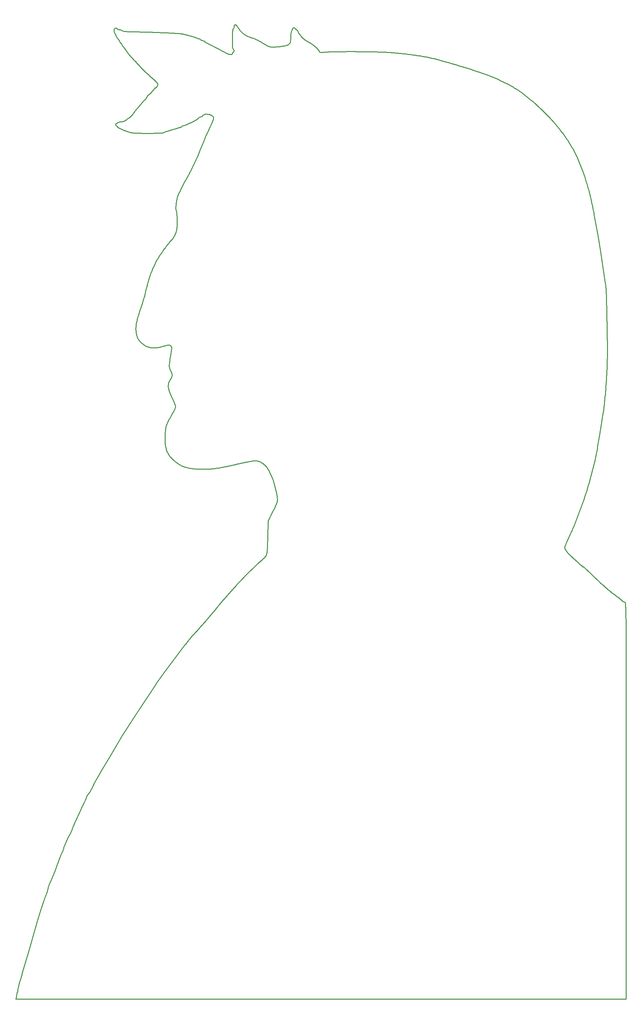
<source format=gm1>
G04 #@! TF.GenerationSoftware,KiCad,Pcbnew,7.0.1*
G04 #@! TF.CreationDate,2023-05-15T13:30:28+02:00*
G04 #@! TF.ProjectId,flagfabber,666c6167-6661-4626-9265-722e6b696361,rev?*
G04 #@! TF.SameCoordinates,Original*
G04 #@! TF.FileFunction,Profile,NP*
%FSLAX46Y46*%
G04 Gerber Fmt 4.6, Leading zero omitted, Abs format (unit mm)*
G04 Created by KiCad (PCBNEW 7.0.1) date 2023-05-15 13:30:28*
%MOMM*%
%LPD*%
G01*
G04 APERTURE LIST*
G04 #@! TA.AperFunction,Profile*
%ADD10C,0.250000*%
G04 #@! TD*
%ADD11C,0.250000*%
G04 APERTURE END LIST*
D10*
X97505054Y-175710040D02*
X95819973Y-179290763D01*
X80917700Y-223959859D02*
X81054876Y-223413299D01*
X158432474Y-223959859D02*
X80917700Y-223959859D01*
X235947249Y-223959859D02*
X158432474Y-223959859D01*
X235947249Y-173516868D02*
X235947249Y-223959859D01*
D11*
X235561875Y-123073877D02*
X235711807Y-123362194D01*
X235758739Y-123775918D01*
X235779668Y-124080258D01*
X235798989Y-124460762D01*
X235816768Y-124925814D01*
X235833068Y-125483798D01*
X235847953Y-126143099D01*
X235861488Y-126912100D01*
X235873737Y-127799184D01*
X235884763Y-128812737D01*
X235894631Y-129961142D01*
X235903405Y-131252784D01*
X235911148Y-132696045D01*
X235917925Y-134299311D01*
X235923800Y-136070965D01*
X235928837Y-138019391D01*
X235933100Y-140152973D01*
X235936653Y-142480095D01*
X235939560Y-145009142D01*
X235941885Y-147748497D01*
X235943692Y-150706544D01*
X235945046Y-153891667D01*
X235946010Y-157312251D01*
X235946648Y-160976678D01*
X235947024Y-164893335D01*
X235947203Y-169070603D01*
X235947249Y-173516868D01*
X234786267Y-122642674D02*
X234993212Y-122829188D01*
X235227708Y-122975092D01*
X235476496Y-123065076D01*
X235561875Y-123073877D01*
X233030686Y-121243045D02*
X233242411Y-121395007D01*
X233453160Y-121549673D01*
X233659893Y-121704622D01*
X233859574Y-121857431D01*
X234109593Y-122053661D01*
X234334473Y-122236041D01*
X234527012Y-122398830D01*
X234739431Y-122593724D01*
X234786267Y-122642674D01*
X229263292Y-118095306D02*
X229515066Y-118322331D01*
X229773679Y-118552849D01*
X230037200Y-118785246D01*
X230303696Y-119017907D01*
X230571236Y-119249219D01*
X230837889Y-119477567D01*
X231101724Y-119701339D01*
X231360808Y-119918921D01*
X231613210Y-120128697D01*
X231856999Y-120329055D01*
X232090243Y-120518382D01*
X232311010Y-120695062D01*
X232517370Y-120857482D01*
X232795669Y-121070844D01*
X233030686Y-121243045D01*
D10*
X225105834Y-114104831D02*
G75*
G03*
X229263292Y-118095306I929690866J964433356D01*
G01*
D11*
X220713961Y-108215801D02*
X220581629Y-108475545D01*
X220471651Y-108707265D01*
X220363110Y-109022660D01*
X220342181Y-109327355D01*
X220431251Y-109652760D01*
X220562797Y-109896715D01*
X220759816Y-110173143D01*
X221028942Y-110491351D01*
X221376806Y-110860647D01*
X221582339Y-111067361D01*
X221810044Y-111290337D01*
X222060751Y-111530738D01*
X222335289Y-111789729D01*
X222634487Y-112068471D01*
X222959174Y-112368129D01*
X223310179Y-112689867D01*
X223688332Y-113034847D01*
X224094462Y-113404232D01*
X224529398Y-113799187D01*
X224993970Y-114220875D01*
D10*
X220713963Y-108215802D02*
G75*
G03*
X222104062Y-105110741I-59004487J28279303D01*
G01*
D11*
X228628671Y-83910064D02*
X228515328Y-84526321D01*
X228395798Y-85146684D01*
X228270116Y-85771039D01*
X228138316Y-86399276D01*
X228000433Y-87031282D01*
X227856501Y-87666945D01*
X227706555Y-88306152D01*
X227550628Y-88948793D01*
X227388756Y-89594754D01*
X227220973Y-90243924D01*
X227047314Y-90896191D01*
X226867813Y-91551443D01*
X226682504Y-92209567D01*
X226491422Y-92870452D01*
X226294601Y-93533986D01*
X226092077Y-94200056D01*
X225883882Y-94868551D01*
X225670053Y-95539358D01*
X225450623Y-96212366D01*
X225225627Y-96887463D01*
X224995099Y-97564536D01*
X224759074Y-98243473D01*
X224517586Y-98924163D01*
X224270670Y-99606493D01*
X224018360Y-100290351D01*
X223760691Y-100975625D01*
X223497697Y-101662204D01*
X223229413Y-102349975D01*
X222955873Y-103038826D01*
X222677112Y-103728646D01*
X222393163Y-104419321D01*
X222104063Y-105110741D01*
D10*
X229188780Y-80881396D02*
G75*
G03*
X228628672Y-83910064I195063396J-37640303D01*
G01*
X229188781Y-80881396D02*
G75*
G03*
X230099060Y-75137370I-114504305J21090097D01*
G01*
D11*
X231146762Y-59889592D02*
X231144949Y-60299097D01*
X231140844Y-60717254D01*
X231134476Y-61143630D01*
X231125874Y-61577791D01*
X231115068Y-62019306D01*
X231102089Y-62467741D01*
X231086966Y-62922663D01*
X231069728Y-63383639D01*
X231050405Y-63850235D01*
X231029028Y-64322019D01*
X231005625Y-64798558D01*
X230980228Y-65279419D01*
X230952864Y-65764169D01*
X230923565Y-66252375D01*
X230892359Y-66743603D01*
X230859278Y-67237421D01*
X230824349Y-67733396D01*
X230787604Y-68231094D01*
X230749071Y-68730083D01*
X230708781Y-69229930D01*
X230666764Y-69730201D01*
X230623049Y-70230464D01*
X230577665Y-70730286D01*
X230530644Y-71229233D01*
X230482013Y-71726873D01*
X230431804Y-72222772D01*
X230380046Y-72716498D01*
X230326768Y-73207617D01*
X230272001Y-73695697D01*
X230215774Y-74180305D01*
X230158117Y-74661006D01*
X230099060Y-75137370D01*
X230723269Y-42448641D02*
X230771555Y-42902397D01*
X230788576Y-43162308D01*
X230805941Y-43471696D01*
X230823580Y-43827650D01*
X230841422Y-44227259D01*
X230859397Y-44667610D01*
X230877434Y-45145794D01*
X230895462Y-45658898D01*
X230913410Y-46204011D01*
X230931208Y-46778223D01*
X230948785Y-47378621D01*
X230966071Y-48002294D01*
X230982994Y-48646331D01*
X230999485Y-49307822D01*
X231015471Y-49983853D01*
X231030884Y-50671514D01*
X231045651Y-51367894D01*
X231059703Y-52070082D01*
X231072968Y-52775166D01*
X231085376Y-53480234D01*
X231096856Y-54182376D01*
X231107337Y-54878680D01*
X231116750Y-55566235D01*
X231125022Y-56242129D01*
X231132084Y-56903452D01*
X231137865Y-57547291D01*
X231142294Y-58170736D01*
X231145300Y-58770876D01*
X231146813Y-59344798D01*
X231146762Y-59889592D01*
D10*
X230417760Y-40514122D02*
G75*
G03*
X230723269Y-42448641I19641616J2110523D01*
G01*
X230417762Y-40514122D02*
G75*
G03*
X229971670Y-37485454I-61173686J-7463077D01*
G01*
X229476923Y-34093694D02*
G75*
G03*
X229971671Y-37485454I73059153J8924995D01*
G01*
X229476919Y-34093694D02*
G75*
G03*
X228757497Y-29707347I-76717743J-10330605D01*
G01*
X227758589Y-24488553D02*
G75*
G03*
X228757498Y-29707347I927038111J174735854D01*
G01*
D11*
X223098845Y-9342164D02*
X223279069Y-9716765D01*
X223457825Y-10100099D01*
X223635040Y-10491928D01*
X223810639Y-10892016D01*
X223984550Y-11300124D01*
X224156700Y-11716017D01*
X224327015Y-12139458D01*
X224495423Y-12570209D01*
X224661850Y-13008034D01*
X224826223Y-13452696D01*
X224988470Y-13903957D01*
X225148516Y-14361582D01*
X225306289Y-14825333D01*
X225461715Y-15294973D01*
X225614722Y-15770266D01*
X225765236Y-16250974D01*
X225913184Y-16736861D01*
X226058493Y-17227689D01*
X226201090Y-17723222D01*
X226340902Y-18223223D01*
X226477855Y-18727455D01*
X226611876Y-19235682D01*
X226742893Y-19747665D01*
X226870832Y-20263169D01*
X226995620Y-20781956D01*
X227117183Y-21303790D01*
X227235449Y-21828433D01*
X227350345Y-22355650D01*
X227461797Y-22885202D01*
X227569732Y-23416853D01*
X227674077Y-23950366D01*
X227774760Y-24485505D01*
X210141248Y5712689D02*
X210680796Y5287432D01*
X211213504Y4857116D01*
X211739188Y4421953D01*
X212257663Y3982158D01*
X212768744Y3537946D01*
X213272247Y3089530D01*
X213767987Y2637126D01*
X214255780Y2180948D01*
X214735441Y1721210D01*
X215206786Y1258126D01*
X215669630Y791912D01*
X216123788Y322780D01*
X216569077Y-149052D01*
X217005311Y-623374D01*
X217432306Y-1099968D01*
X217849878Y-1578622D01*
X218257841Y-2059121D01*
X218656012Y-2541250D01*
X219044206Y-3024794D01*
X219422238Y-3509540D01*
X219789924Y-3995273D01*
X220147079Y-4481779D01*
X220493519Y-4968843D01*
X220829060Y-5456251D01*
X221153515Y-5943788D01*
X221466702Y-6431241D01*
X221768436Y-6918393D01*
X222058532Y-7405033D01*
X222336805Y-7890944D01*
X222603071Y-8375912D01*
X222857146Y-8859723D01*
X223098845Y-9342164D01*
X188532927Y14584664D02*
X189642849Y14272690D01*
X190714041Y13967345D01*
X191747570Y13668190D01*
X192744507Y13374785D01*
X193705919Y13086693D01*
X194632876Y12803474D01*
X195526446Y12524689D01*
X196387698Y12249901D01*
X197217701Y11978668D01*
X198017524Y11710554D01*
X198788235Y11445119D01*
X199530903Y11181924D01*
X200246598Y10920531D01*
X200936387Y10660500D01*
X201601340Y10401393D01*
X202242526Y10142771D01*
X202861012Y9884195D01*
X203457869Y9625226D01*
X204034164Y9365426D01*
X204590968Y9104356D01*
X205129347Y8841576D01*
X205650372Y8576648D01*
X206155111Y8309134D01*
X206644633Y8038594D01*
X207120007Y7764589D01*
X207582301Y7486681D01*
X208032584Y7204431D01*
X208471926Y6917400D01*
X208901394Y6625149D01*
X209322058Y6327239D01*
X209734986Y6023232D01*
X210141248Y5712689D01*
X176000506Y16504638D02*
X176488438Y16464761D01*
X176970557Y16423525D01*
X177446822Y16380936D01*
X177917194Y16337000D01*
X178381633Y16291723D01*
X178840098Y16245111D01*
X179292550Y16197170D01*
X179738950Y16147907D01*
X180179256Y16097327D01*
X180613430Y16045436D01*
X181041431Y15992241D01*
X181463220Y15937748D01*
X181878756Y15881963D01*
X182288000Y15824891D01*
X182690911Y15766540D01*
X183087451Y15706915D01*
X183477578Y15646022D01*
X183861254Y15583868D01*
X184238438Y15520458D01*
X184609090Y15455799D01*
X184973171Y15389896D01*
X185330640Y15322757D01*
X185681458Y15254386D01*
X186025584Y15184791D01*
X186362980Y15113976D01*
X186693604Y15041949D01*
X187017418Y14968716D01*
X187334381Y14894282D01*
X187644453Y14818654D01*
X187947595Y14741837D01*
X188243766Y14663838D01*
X188532927Y14584664D01*
X159551705Y16596371D02*
X159832531Y16616989D01*
X160155405Y16635942D01*
X160517626Y16653244D01*
X160916493Y16668911D01*
X161349308Y16682957D01*
X161813369Y16695397D01*
X162305976Y16706247D01*
X162824429Y16715521D01*
X163366028Y16723236D01*
X163928072Y16729404D01*
X164507862Y16734043D01*
X165102696Y16737166D01*
X165709876Y16738790D01*
X166326700Y16738928D01*
X166950468Y16737596D01*
X167578481Y16734809D01*
X168208038Y16730583D01*
X168836438Y16724931D01*
X169460982Y16717870D01*
X170078969Y16709414D01*
X170687699Y16699579D01*
X171284472Y16688378D01*
X171866587Y16675829D01*
X172431345Y16661945D01*
X172976045Y16646741D01*
X173497987Y16630233D01*
X173994471Y16612436D01*
X174462796Y16593364D01*
X174900262Y16573034D01*
X175304169Y16551459D01*
X175671817Y16528655D01*
X176000506Y16504638D01*
X158037371Y16621240D02*
X158296907Y16558827D01*
X158589884Y16551108D01*
X158896686Y16556973D01*
X159174403Y16569857D01*
X159474081Y16590134D01*
X159551705Y16596371D01*
X154569425Y19562168D02*
X154844639Y19427829D01*
X155130068Y19271621D01*
X155421854Y19096816D01*
X155716136Y18906687D01*
X156009055Y18704507D01*
X156296751Y18493549D01*
X156575365Y18277086D01*
X156841037Y18058391D01*
X157089908Y17840737D01*
X157318119Y17627397D01*
X157521809Y17421644D01*
X157697119Y17226751D01*
X157898429Y16961934D01*
X158014175Y16739962D01*
X158037371Y16621240D01*
X152606656Y21741439D02*
X152705540Y21506254D01*
X152845302Y21298131D01*
X153030439Y21056347D01*
X153248719Y20794485D01*
X153487910Y20526124D01*
X153735780Y20264845D01*
X153980099Y20024229D01*
X154208633Y19817857D01*
X154409152Y19659309D01*
X154569425Y19562168D01*
X151338978Y22815459D02*
X151627933Y22748198D01*
X151889195Y22577709D01*
X152107599Y22400068D01*
X152310371Y22206078D01*
X152475373Y22014497D01*
X152603630Y21772669D01*
X152606656Y21741439D01*
X151144540Y22302196D02*
X151183298Y22560958D01*
X151299919Y22783296D01*
X151338978Y22815459D01*
D10*
X150935652Y21780027D02*
G75*
G03*
X151144540Y22302196I-467976J490074D01*
G01*
D11*
X150726793Y20337942D02*
X150731056Y20604326D01*
X150743274Y20857933D01*
X150768429Y21147962D01*
X150803001Y21397231D01*
X150864039Y21655736D01*
X150935666Y21780012D01*
X148260224Y18054614D02*
X148642274Y18103555D01*
X148983564Y18155395D01*
X149286318Y18212192D01*
X149552759Y18276003D01*
X149889196Y18389374D01*
X150156432Y18530103D01*
X150361970Y18705136D01*
X150513314Y18921417D01*
X150617965Y19185893D01*
X150683426Y19505509D01*
X150717201Y19887210D01*
X150725819Y20179599D01*
X150726793Y20337942D01*
X144231970Y18536149D02*
X144450028Y18403724D01*
X144746123Y18235383D01*
X145019041Y18101719D01*
X145284551Y18000847D01*
X145558421Y17930884D01*
X145856419Y17889944D01*
X146194314Y17876141D01*
X146449529Y17881085D01*
X146734156Y17896695D01*
X147052867Y17922411D01*
X147410333Y17957675D01*
X147811228Y18001929D01*
X148260224Y18054614D01*
X140805293Y20206619D02*
X141096991Y20126004D01*
X141365760Y20043826D01*
X141621653Y19955182D01*
X141874724Y19855173D01*
X142135026Y19738896D01*
X142412614Y19601452D01*
X142717539Y19437938D01*
X142940976Y19312026D01*
X143184010Y19170897D01*
X143449621Y19013099D01*
X143740788Y18837180D01*
X144060488Y18641688D01*
X144231970Y18536149D01*
D10*
X137316369Y22913337D02*
G75*
G03*
X140805293Y20206619I4842107J2639464D01*
G01*
D11*
X136314509Y23033254D02*
X136353258Y23319616D01*
X136516365Y23526426D01*
X136767055Y23511510D01*
X136975608Y23367992D01*
X137147950Y23174920D01*
X137316374Y22913340D01*
X136105636Y22511070D02*
X136272872Y22721335D01*
X136313425Y22980060D01*
X136314509Y23033254D01*
X135896762Y19887822D02*
X135897699Y20182533D01*
X135900480Y20462666D01*
X135905055Y20727608D01*
X135915175Y21095199D01*
X135929058Y21425170D01*
X135946540Y21715454D01*
X135975162Y22037195D01*
X136018931Y22327535D01*
X136105636Y22511070D01*
X136105636Y17393665D02*
X135988597Y17643678D01*
X135957392Y17897069D01*
X135932479Y18234299D01*
X135918012Y18541171D01*
X135907231Y18893452D01*
X135902123Y19153164D01*
X135898699Y19432502D01*
X135896977Y19731243D01*
X135896762Y19887822D01*
X136314509Y16975918D02*
X136290019Y17225585D01*
X136105636Y17393665D01*
X136105636Y16558170D02*
X136294521Y16747113D01*
X136314509Y16975918D01*
X135896762Y16383971D02*
X136053594Y16580742D01*
X136105636Y16558170D01*
X133863139Y16599315D02*
X134115069Y16467601D01*
X134349649Y16351730D01*
X134669320Y16207592D01*
X134950806Y16099009D01*
X135194615Y16025925D01*
X135461971Y15983609D01*
X135741768Y16038010D01*
X135889196Y16279736D01*
X135896762Y16383971D01*
D10*
X133863139Y16599315D02*
G75*
G03*
X130682515Y18265487I-123339837J-231579570D01*
G01*
D11*
X128708659Y19380814D02*
X128928147Y19229069D01*
X129184117Y19076491D01*
X129441782Y18929743D01*
X129660568Y18808283D01*
X129897451Y18679198D01*
X130149013Y18544417D01*
X130411839Y18405870D01*
X130682515Y18265487D01*
D10*
X128708641Y19380791D02*
G75*
G03*
X128126662Y19586839I-588465J-737190D01*
G01*
D11*
X127750689Y19795712D02*
X127932087Y19617189D01*
X128126662Y19586839D01*
X127345269Y20004586D02*
X127602769Y19956735D01*
X127750689Y19795712D01*
X126831225Y20180344D02*
X127062883Y20044850D01*
X127324345Y20004815D01*
X127345269Y20004586D01*
X125095690Y20720539D02*
X125343851Y20663196D01*
X125660206Y20584857D01*
X125953434Y20506396D01*
X126216417Y20430031D01*
X126491769Y20340895D01*
X126725554Y20248915D01*
X126831225Y20180344D01*
D10*
X123155468Y21210786D02*
G75*
G03*
X125095690Y20720540I7046308J23802315D01*
G01*
D11*
X111313202Y21745273D02*
X111711639Y21740192D01*
X112126598Y21733534D01*
X112556245Y21725380D01*
X112998742Y21715814D01*
X113452256Y21704918D01*
X113914952Y21692775D01*
X114384993Y21679469D01*
X114860544Y21665081D01*
X115339772Y21649695D01*
X115820839Y21633393D01*
X116301912Y21616259D01*
X116781154Y21598375D01*
X117256732Y21579824D01*
X117726808Y21560688D01*
X118189549Y21541052D01*
X118643120Y21520997D01*
X119085683Y21500606D01*
X119515406Y21479962D01*
X119930452Y21459149D01*
X120328986Y21438248D01*
X120709174Y21417342D01*
X121069179Y21396516D01*
X121407167Y21375850D01*
X121721302Y21355429D01*
X122009750Y21335335D01*
X122270674Y21315650D01*
X122702614Y21277841D01*
X123002439Y21242666D01*
X123155468Y21210787D01*
X107877230Y22041104D02*
X108122989Y21934421D01*
X108381122Y21884828D01*
X108633915Y21852801D01*
X108939294Y21825042D01*
X109298923Y21801409D01*
X109569635Y21787875D01*
X109865691Y21776069D01*
X110187582Y21765948D01*
X110535802Y21757470D01*
X110910845Y21750592D01*
X111313202Y21745273D01*
D10*
X107877242Y22041119D02*
G75*
G03*
X107134858Y22302196I-749366J-944818D01*
G01*
D11*
X106654448Y22511070D02*
X106847892Y22343832D01*
X107110232Y22302469D01*
X107134858Y22302196D01*
X106236701Y22719944D02*
X106486235Y22678307D01*
X106654448Y22511070D01*
X106249894Y20969786D02*
X106106191Y21255797D01*
X105991928Y21521545D01*
X105907115Y21765311D01*
X105839867Y22053167D01*
X105829513Y22347532D01*
X105925271Y22594267D01*
X106186280Y22717906D01*
X106236701Y22719944D01*
X106670221Y20164544D02*
X106532183Y20383450D01*
X106426171Y20614350D01*
X106311919Y20850969D01*
X106249894Y20969786D01*
D10*
X106670222Y20164545D02*
G75*
G03*
X107072140Y19712160I11327154J9658756D01*
G01*
D11*
X107489943Y19008337D02*
X107339142Y19213986D01*
X107220803Y19457740D01*
X107088111Y19691469D01*
X107072139Y19712159D01*
X107907690Y18359737D02*
X107798832Y18611010D01*
X107652146Y18818434D01*
X107489943Y19008337D01*
D10*
X107907663Y18359737D02*
G75*
G03*
X108064346Y18089912I313713J1764D01*
G01*
D11*
X109056496Y16770294D02*
X108885465Y17022812D01*
X108719727Y17261136D01*
X108563353Y17479854D01*
X108387250Y17717434D01*
X108214820Y17936045D01*
X108064346Y18089911D01*
X115905900Y9641421D02*
X115679409Y9843202D01*
X115446207Y10054159D01*
X115207047Y10273508D01*
X114962678Y10500468D01*
X114713853Y10734256D01*
X114461324Y10974091D01*
X114205840Y11219190D01*
X113948154Y11468773D01*
X113689017Y11722055D01*
X113429180Y11978257D01*
X113169395Y12236595D01*
X112910413Y12496287D01*
X112652985Y12756552D01*
X112397863Y13016607D01*
X112145799Y13275671D01*
X111897542Y13532962D01*
X111653846Y13787697D01*
X111415460Y14039094D01*
X111183137Y14286372D01*
X110957628Y14528749D01*
X110739685Y14765442D01*
X110530058Y14995669D01*
X110329498Y15218649D01*
X110138758Y15433599D01*
X109958589Y15639737D01*
X109789742Y15836282D01*
X109489018Y16197463D01*
X109242599Y16510886D01*
X109056496Y16770294D01*
X116864147Y8022650D02*
X116962413Y8279144D01*
X116957742Y8533491D01*
X116814770Y8775016D01*
X116631350Y8976536D01*
X116440769Y9160360D01*
X116200290Y9379729D01*
X116010267Y9549069D01*
X115905900Y9641421D01*
X116333546Y7472166D02*
X116568708Y7598276D01*
X116744682Y7808907D01*
X116864147Y8022650D01*
D10*
X116333550Y7472115D02*
G75*
G03*
X116053764Y7146528I25726J-305114D01*
G01*
D11*
X115844890Y6949982D02*
X116051345Y7098601D01*
X116053764Y7146528D01*
X115635761Y6910091D02*
X115844890Y6949982D01*
X114345073Y5545260D02*
X114589000Y5656047D01*
X114792696Y5824355D01*
X115014771Y6039007D01*
X115232514Y6275985D01*
X115423213Y6511273D01*
X115564154Y6720854D01*
X115635761Y6910091D01*
X114263904Y5406783D02*
X114345073Y5545260D01*
X113600588Y4391135D02*
X113792188Y4601579D01*
X113959005Y4804791D01*
X114118989Y5027641D01*
X114249015Y5266045D01*
X114263904Y5406783D01*
D10*
X113600588Y4391135D02*
G75*
G03*
X111145233Y1503304I22803388J-21876134D01*
G01*
D11*
X109390441Y-256160D02*
X109628238Y-144405D01*
X109875098Y56060D01*
X110105866Y275860D01*
X110292699Y469706D01*
X110487285Y684355D01*
X110685990Y916163D01*
X110885179Y1161485D01*
X111081215Y1416676D01*
X111145232Y1503304D01*
D10*
X109390435Y-256204D02*
G75*
G03*
X109159303Y-412815I-29859J-204795D01*
G01*
D11*
X107667003Y-1091654D02*
X107917940Y-1060076D01*
X108216049Y-976459D01*
X108463871Y-883299D01*
X108699663Y-776038D01*
X108948902Y-635137D01*
X109147226Y-455007D01*
X109159303Y-412815D01*
X106236701Y-1766722D02*
X106390247Y-1562214D01*
X106606867Y-1422152D01*
X106878708Y-1290411D01*
X107114889Y-1200945D01*
X107407190Y-1121441D01*
X107667003Y-1091654D01*
X109295804Y-3608609D02*
X108970423Y-3492803D01*
X108657327Y-3373713D01*
X108357717Y-3252061D01*
X108072795Y-3128573D01*
X107803761Y-3003970D01*
X107551817Y-2878977D01*
X107318166Y-2754316D01*
X107004615Y-2569532D01*
X106738980Y-2389567D01*
X106525315Y-2216861D01*
X106328282Y-2002101D01*
X106236701Y-1766722D01*
X114519910Y-4015886D02*
X114203232Y-4015708D01*
X113901908Y-4015145D01*
X113615393Y-4014156D01*
X113343141Y-4012698D01*
X113084607Y-4010727D01*
X112606509Y-4005081D01*
X112176734Y-3996876D01*
X111790918Y-3985774D01*
X111444695Y-3971432D01*
X111133700Y-3953512D01*
X110853569Y-3931673D01*
X110599938Y-3905574D01*
X110259628Y-3857695D01*
X109954390Y-3798319D01*
X109669491Y-3726296D01*
X109390200Y-3640478D01*
X109295804Y-3608609D01*
X118560248Y-3835402D02*
X118314046Y-3897293D01*
X117973167Y-3928806D01*
X117634649Y-3950035D01*
X117373398Y-3962869D01*
X117086106Y-3974539D01*
X116774844Y-3984953D01*
X116441684Y-3994019D01*
X116088697Y-4001644D01*
X115717955Y-4007736D01*
X115331528Y-4012202D01*
X114931489Y-4014949D01*
X114519910Y-4015886D01*
X119447961Y-3531038D02*
X119184735Y-3575921D01*
X118917699Y-3641014D01*
X118667798Y-3734547D01*
X118560248Y-3835402D01*
D10*
X119447959Y-3531025D02*
G75*
G03*
X121213296Y-2980464I-1220183J7017926D01*
G01*
D11*
X122518757Y-2553770D02*
X122246813Y-2596012D01*
X122002785Y-2664958D01*
X121729653Y-2759640D01*
X121492849Y-2853939D01*
X121258841Y-2958592D01*
X121213296Y-2980464D01*
X122946595Y-2344897D02*
X122757535Y-2517971D01*
X122518757Y-2553770D01*
X123313018Y-2136023D02*
X123066975Y-2190451D01*
X122946595Y-2344897D01*
X127315597Y-172623D02*
X127065467Y-375880D01*
X126743278Y-579240D01*
X126479426Y-731686D01*
X126185677Y-893042D01*
X125870049Y-1059377D01*
X125540559Y-1226757D01*
X125205222Y-1391251D01*
X124872056Y-1548926D01*
X124549077Y-1695850D01*
X124244301Y-1828090D01*
X123965745Y-1941714D01*
X123721425Y-2032789D01*
X123436674Y-2118522D01*
X123313018Y-2136023D01*
D10*
X128019949Y161607D02*
G75*
G03*
X127315598Y-172624I63027J-1042106D01*
G01*
D11*
X128310846Y297675D02*
X128083174Y163163D01*
X128019950Y161588D01*
X128709925Y711412D02*
X128491914Y577843D01*
X128310954Y396043D01*
X128310846Y297675D01*
X130041484Y740506D02*
X129768356Y818509D01*
X129494659Y872242D01*
X129223589Y879382D01*
X128973020Y826012D01*
X128709925Y711412D01*
X129710438Y-3509282D02*
X129872170Y-3170729D01*
X130023561Y-2852839D01*
X130164667Y-2554872D01*
X130295545Y-2276089D01*
X130416253Y-2015753D01*
X130526849Y-1773123D01*
X130717935Y-1338029D01*
X130869262Y-964896D01*
X130981291Y-647815D01*
X131054483Y-380874D01*
X131092457Y-61547D01*
X131011455Y243894D01*
X130783389Y455164D01*
X130518046Y580260D01*
X130173606Y698929D01*
X130041484Y740506D01*
X129003931Y-5200400D02*
X129089527Y-4919856D01*
X129188034Y-4672032D01*
X129288417Y-4434503D01*
X129404841Y-4169581D01*
X129534409Y-3884203D01*
X129674223Y-3585306D01*
X129710438Y-3509282D01*
D10*
X128713928Y-6020319D02*
G75*
G03*
X129003931Y-5200400I-2728252J1426220D01*
G01*
X128713916Y-6020313D02*
G75*
G03*
X127650511Y-8506670I68714460J-30859486D01*
G01*
D11*
X124331692Y-15399501D02*
X124498284Y-15103315D01*
X124682082Y-14764754D01*
X124880565Y-14389052D01*
X125091213Y-13981444D01*
X125311506Y-13547163D01*
X125424482Y-13321656D01*
X125538924Y-13091444D01*
X125654517Y-12857180D01*
X125770946Y-12619520D01*
X125887896Y-12379118D01*
X126005052Y-12136627D01*
X126122099Y-11892702D01*
X126238722Y-11647998D01*
X126354607Y-11403168D01*
X126469437Y-11158867D01*
X126582898Y-10915750D01*
X126694674Y-10674470D01*
X126804452Y-10435681D01*
X126911916Y-10200039D01*
X127016750Y-9968197D01*
X127217271Y-9518531D01*
X127403495Y-9091917D01*
X127572901Y-8693590D01*
X127650511Y-8506670D01*
X122096888Y-19785848D02*
X122234310Y-19473266D01*
X122396629Y-19130568D01*
X122527462Y-18861531D01*
X122672909Y-18566872D01*
X122829986Y-18252448D01*
X122995709Y-17924116D01*
X123167093Y-17587734D01*
X123341153Y-17249158D01*
X123514907Y-16914248D01*
X123685368Y-16588859D01*
X123849554Y-16278850D01*
X124004478Y-15990078D01*
X124147159Y-15728401D01*
X124274610Y-15499676D01*
X124331692Y-15399501D01*
X121657130Y-23820349D02*
X121601370Y-23562101D01*
X121569084Y-23247765D01*
X121559093Y-22888162D01*
X121564235Y-22628623D01*
X121578413Y-22356982D01*
X121601275Y-22076445D01*
X121632473Y-21790219D01*
X121671658Y-21501510D01*
X121718479Y-21213526D01*
X121772588Y-20929472D01*
X121833635Y-20652556D01*
X121901270Y-20385983D01*
X121975143Y-20132960D01*
X122096888Y-19785848D01*
X121902226Y-26540302D02*
X121899388Y-26242195D01*
X121891158Y-25939412D01*
X121877961Y-25636658D01*
X121860219Y-25338640D01*
X121838358Y-25050065D01*
X121812801Y-24775638D01*
X121783972Y-24520067D01*
X121741178Y-24216770D01*
X121694326Y-23966517D01*
X121657130Y-23820349D01*
X120046014Y-31587210D02*
X120293828Y-31312563D01*
X120521201Y-31040274D01*
X120728749Y-30768671D01*
X120917085Y-30496085D01*
X121086823Y-30220845D01*
X121238578Y-29941280D01*
X121372965Y-29655721D01*
X121490598Y-29362496D01*
X121592090Y-29059936D01*
X121678057Y-28746369D01*
X121749113Y-28420127D01*
X121805872Y-28079537D01*
X121848948Y-27722930D01*
X121878956Y-27348635D01*
X121896511Y-26954983D01*
X121902226Y-26540302D01*
X116268097Y-37125660D02*
X116395819Y-36858899D01*
X116554027Y-36558049D01*
X116739285Y-36228147D01*
X116948156Y-35874229D01*
X117177206Y-35501332D01*
X117423000Y-35114491D01*
X117682101Y-34718743D01*
X117951075Y-34319125D01*
X118226485Y-33920673D01*
X118504897Y-33528423D01*
X118782875Y-33147412D01*
X119056983Y-32782676D01*
X119323787Y-32439251D01*
X119579850Y-32122175D01*
X119821737Y-31836482D01*
X120046014Y-31587210D01*
X115042508Y-40151030D02*
X115119475Y-39891649D01*
X115199111Y-39645508D01*
X115290970Y-39389016D01*
X115404610Y-39098585D01*
X115509881Y-38844297D01*
X115636811Y-38547697D01*
X115789431Y-38198832D01*
X115907441Y-37932305D01*
X116039855Y-37635177D01*
X116187867Y-37304500D01*
X116268097Y-37125660D01*
D10*
X114293291Y-42657515D02*
G75*
G03*
X115042508Y-40151030I-247463869J75334995D01*
G01*
D11*
X113755316Y-44718832D02*
X113797524Y-44467733D01*
X113862238Y-44194152D01*
X113931726Y-43924159D01*
X114014574Y-43617877D01*
X114084151Y-43369438D01*
X114159072Y-43108908D01*
X114238408Y-42839856D01*
X114293291Y-42657515D01*
X112483597Y-48819288D02*
X112602072Y-48491201D01*
X112719788Y-48158373D01*
X112835793Y-47823871D01*
X112949137Y-47490763D01*
X113058867Y-47162116D01*
X113164033Y-46840999D01*
X113263682Y-46530478D01*
X113356864Y-46233623D01*
X113442627Y-45953499D01*
X113520020Y-45693176D01*
X113618333Y-45346527D01*
X113692460Y-45061684D01*
X113748126Y-44795932D01*
X113755316Y-44718832D01*
X111821659Y-55920992D02*
X111695243Y-55643247D01*
X111591455Y-55340615D01*
X111510239Y-55013681D01*
X111451540Y-54663034D01*
X111415304Y-54289261D01*
X111401476Y-53892947D01*
X111410001Y-53474682D01*
X111440825Y-53035050D01*
X111493892Y-52574640D01*
X111569149Y-52094039D01*
X111615081Y-51846350D01*
X111666540Y-51593833D01*
X111723519Y-51336563D01*
X111786011Y-51074611D01*
X111854009Y-50808051D01*
X111927507Y-50536958D01*
X112006497Y-50261403D01*
X112090973Y-49981461D01*
X112180927Y-49697205D01*
X112276354Y-49408709D01*
X112377246Y-49116045D01*
X112483597Y-48819288D01*
X118453565Y-58099672D02*
X118163139Y-58185159D01*
X117877815Y-58260652D01*
X117597618Y-58326158D01*
X117322575Y-58381687D01*
X117052712Y-58427247D01*
X116788056Y-58462847D01*
X116528634Y-58488495D01*
X116274472Y-58504200D01*
X115782035Y-58505818D01*
X115310957Y-58467770D01*
X114861451Y-58390125D01*
X114433728Y-58272953D01*
X114028002Y-58116324D01*
X113644484Y-57920308D01*
X113283388Y-57684975D01*
X112944925Y-57410394D01*
X112629308Y-57096636D01*
X112336750Y-56743769D01*
X112067463Y-56351865D01*
X111821659Y-55920992D01*
X120221192Y-58000639D02*
X120013140Y-57845806D01*
X119735776Y-57785236D01*
X119428364Y-57825292D01*
X119146840Y-57894341D01*
X118884399Y-57968981D01*
X118570674Y-58063618D01*
X118453565Y-58099672D01*
X120294204Y-60051651D02*
X120342312Y-59769133D01*
X120383790Y-59518212D01*
X120433391Y-59195908D01*
X120467600Y-58931413D01*
X120488779Y-58654905D01*
X120475039Y-58405095D01*
X120378385Y-58168120D01*
X120221192Y-58000639D01*
X120208219Y-64335259D02*
X120087886Y-64092726D01*
X119967084Y-63801945D01*
X119892430Y-63506282D01*
X119867280Y-63253682D01*
X119868996Y-62953093D01*
X119897969Y-62585125D01*
X119932618Y-62292804D01*
X119979670Y-61956173D01*
X120039239Y-61569488D01*
X120111440Y-61127002D01*
X120196390Y-60622972D01*
X120243682Y-60346082D01*
X120294204Y-60051651D01*
X120126800Y-66593422D02*
X120288972Y-66347688D01*
X120418350Y-66131784D01*
X120540329Y-65876679D01*
X120612554Y-65584166D01*
X120596840Y-65286864D01*
X120521838Y-65021032D01*
X120392073Y-64710063D01*
X120259216Y-64435967D01*
X120208219Y-64335259D01*
X120544547Y-71112752D02*
X120346607Y-70685286D01*
X120172565Y-70287816D01*
X120022207Y-69918057D01*
X119895322Y-69573724D01*
X119791701Y-69252533D01*
X119711130Y-68952200D01*
X119653400Y-68670439D01*
X119618300Y-68404966D01*
X119605617Y-68153498D01*
X119628164Y-67797554D01*
X119699963Y-67460269D01*
X119820303Y-67133931D01*
X119988470Y-66810831D01*
X120126800Y-66593422D01*
X121483942Y-73490547D02*
X121426815Y-73234671D01*
X121323112Y-72930819D01*
X121208184Y-72629717D01*
X121105868Y-72376446D01*
X120991540Y-72104221D01*
X120866824Y-71817158D01*
X120733345Y-71519371D01*
X120592725Y-71214975D01*
X120544547Y-71112752D01*
X120792292Y-75032933D02*
X120931133Y-74794129D01*
X121060681Y-74555817D01*
X121178098Y-74324324D01*
X121303490Y-74054183D01*
X121399955Y-73816936D01*
X121475859Y-73563577D01*
X121483942Y-73490547D01*
X118804688Y-80985833D02*
X118820659Y-80541676D01*
X118842023Y-80134213D01*
X118870717Y-79757639D01*
X118908678Y-79406152D01*
X118957843Y-79073950D01*
X119020151Y-78755230D01*
X119097539Y-78444189D01*
X119191944Y-78135024D01*
X119305303Y-77821933D01*
X119439554Y-77499113D01*
X119596635Y-77160762D01*
X119778483Y-76801075D01*
X119987035Y-76414252D01*
X120224229Y-75994489D01*
X120354172Y-75770442D01*
X120492002Y-75535983D01*
X120637961Y-75290389D01*
X120792292Y-75032933D01*
X120667208Y-86773918D02*
X120396391Y-86498229D01*
X120149866Y-86222573D01*
X119926839Y-85944485D01*
X119726516Y-85661497D01*
X119548103Y-85371145D01*
X119390807Y-85070961D01*
X119253834Y-84758479D01*
X119136392Y-84431233D01*
X119037685Y-84086758D01*
X118956920Y-83722586D01*
X118893305Y-83336252D01*
X118846045Y-82925290D01*
X118814347Y-82487233D01*
X118797417Y-82019615D01*
X118794462Y-81519970D01*
X118797977Y-81257367D01*
X118804688Y-80985833D01*
X128272873Y-89314927D02*
X127922403Y-89313623D01*
X127583133Y-89308591D01*
X127254670Y-89299700D01*
X126936621Y-89286818D01*
X126628596Y-89269814D01*
X126330201Y-89248558D01*
X126041044Y-89222918D01*
X125760733Y-89192764D01*
X125488876Y-89157964D01*
X125225080Y-89118387D01*
X124968954Y-89073902D01*
X124720104Y-89024379D01*
X124242667Y-88909690D01*
X123789630Y-88773274D01*
X123357856Y-88614081D01*
X122944208Y-88431063D01*
X122545545Y-88223171D01*
X122158732Y-87989358D01*
X121780630Y-87728574D01*
X121408100Y-87439772D01*
X121038005Y-87121902D01*
X120852890Y-86951740D01*
X120667208Y-86773918D01*
X137045567Y-88076185D02*
X136574202Y-88180724D01*
X136128261Y-88279224D01*
X135706474Y-88371862D01*
X135307570Y-88458819D01*
X134930281Y-88540274D01*
X134573335Y-88616405D01*
X134235464Y-88687393D01*
X133915396Y-88753416D01*
X133611862Y-88814654D01*
X133323591Y-88871287D01*
X133049315Y-88923493D01*
X132787762Y-88971452D01*
X132537663Y-89015343D01*
X132066746Y-89091640D01*
X131626404Y-89153819D01*
X131206477Y-89203313D01*
X130796804Y-89241557D01*
X130387225Y-89269986D01*
X129967581Y-89290036D01*
X129527711Y-89303139D01*
X129057455Y-89310732D01*
X128546653Y-89314249D01*
X128272873Y-89314927D01*
X143519579Y-87809581D02*
X143292895Y-87660286D01*
X142980247Y-87474874D01*
X142674901Y-87336751D01*
X142348113Y-87247099D01*
X141971135Y-87207103D01*
X141677739Y-87208610D01*
X141340744Y-87233063D01*
X140951633Y-87280812D01*
X140501889Y-87352210D01*
X140251618Y-87396886D01*
X139982994Y-87447605D01*
X139694954Y-87504412D01*
X139386432Y-87567350D01*
X139056363Y-87636462D01*
X138703684Y-87711794D01*
X138327330Y-87793388D01*
X137926235Y-87881289D01*
X137499335Y-87975539D01*
X137045567Y-88076185D01*
X146085628Y-91669696D02*
X145918298Y-91270722D01*
X145756044Y-90899019D01*
X145597979Y-90553251D01*
X145443212Y-90232079D01*
X145290854Y-89934166D01*
X145140015Y-89658173D01*
X144989808Y-89402763D01*
X144839341Y-89166599D01*
X144687726Y-88948342D01*
X144534074Y-88746655D01*
X144297831Y-88472266D01*
X144052002Y-88227634D01*
X143793584Y-88008243D01*
X143519579Y-87809581D01*
X147273699Y-96395895D02*
X147240117Y-96142361D01*
X147197014Y-95866942D01*
X147145268Y-95573133D01*
X147085757Y-95264426D01*
X147019358Y-94944315D01*
X146946951Y-94616295D01*
X146869414Y-94283858D01*
X146787625Y-93950500D01*
X146702462Y-93619714D01*
X146614803Y-93294992D01*
X146525527Y-92979831D01*
X146435512Y-92677722D01*
X146345636Y-92392160D01*
X146256778Y-92126640D01*
X146169816Y-91884653D01*
X146085628Y-91669696D01*
X146199523Y-100051184D02*
X146407797Y-99631205D01*
X146590550Y-99259572D01*
X146749218Y-98931398D01*
X146885237Y-98641794D01*
X147000044Y-98385872D01*
X147135623Y-98054453D01*
X147231554Y-97771327D01*
X147292683Y-97519996D01*
X147328434Y-97205838D01*
X147322426Y-96879777D01*
X147297429Y-96603899D01*
X147273699Y-96395895D01*
D10*
X144982767Y-102499821D02*
X146199523Y-100051184D01*
X144878330Y-106677294D02*
X144982767Y-102499821D01*
D11*
X144474176Y-111306129D02*
X144588406Y-111022058D01*
X144651931Y-110714682D01*
X144693805Y-110412367D01*
X144731299Y-110042038D01*
X144754113Y-109754484D01*
X144775358Y-109432377D01*
X144795184Y-109073989D01*
X144813744Y-108677590D01*
X144831187Y-108241450D01*
X144847665Y-107763841D01*
X144855589Y-107508944D01*
X144863329Y-107243031D01*
X144870903Y-106965887D01*
X144878330Y-106677294D01*
X142935001Y-112872681D02*
X143126573Y-112698212D01*
X143316059Y-112521623D01*
X143500794Y-112345626D01*
X143735115Y-112116567D01*
X143949943Y-111899804D01*
X144138966Y-111701761D01*
X144329337Y-111490322D01*
X144474176Y-111306129D01*
D10*
X142935002Y-112872682D02*
G75*
G03*
X136955630Y-118805238I77630174J-84222317D01*
G01*
D11*
X132569551Y-123786811D02*
X132759367Y-123538861D01*
X132994102Y-123254052D01*
X133190266Y-123022009D01*
X133415484Y-122759279D01*
X133667456Y-122468474D01*
X133943881Y-122152208D01*
X134242457Y-121813095D01*
X134560884Y-121453746D01*
X134896862Y-121076776D01*
X135070713Y-120882500D01*
X135248089Y-120684798D01*
X135428702Y-120483998D01*
X135612264Y-120280425D01*
X135798489Y-120074407D01*
X135987087Y-119866271D01*
X136177773Y-119656342D01*
X136370257Y-119444947D01*
X136564253Y-119232414D01*
X136759473Y-119019068D01*
X136955630Y-118805238D01*
X125900505Y-131435752D02*
X126147162Y-131188764D01*
X126472035Y-130847278D01*
X126660085Y-130645364D01*
X126863227Y-130424943D01*
X127079973Y-130187722D01*
X127308837Y-129935405D01*
X127548331Y-129669700D01*
X127796967Y-129392312D01*
X128053258Y-129104948D01*
X128315717Y-128809312D01*
X128582856Y-128507111D01*
X128853188Y-128200051D01*
X129125226Y-127889838D01*
X129397482Y-127578177D01*
X129668469Y-127266775D01*
X129936699Y-126957338D01*
X130200685Y-126651571D01*
X130458940Y-126351180D01*
X130709977Y-126057872D01*
X130952307Y-125773352D01*
X131184444Y-125499327D01*
X131404900Y-125237501D01*
X131612187Y-124989581D01*
X131804819Y-124757274D01*
X131981309Y-124542284D01*
X132140167Y-124346318D01*
X132399044Y-124018281D01*
X132569551Y-123786811D01*
X124000799Y-133837799D02*
X124211739Y-133547432D01*
X124425381Y-133258543D01*
X124638436Y-132975287D01*
X124847619Y-132701821D01*
X125049641Y-132442302D01*
X125241215Y-132200884D01*
X125419055Y-131981726D01*
X125579873Y-131788983D01*
X125762137Y-131580266D01*
X125900505Y-131435752D01*
D10*
X121389878Y-137303180D02*
G75*
G03*
X124000799Y-133837799I-88773981J69601218D01*
G01*
X121389880Y-137303181D02*
G75*
G03*
X118769121Y-140799799I81842896J-64072718D01*
G01*
X116539263Y-143907008D02*
G75*
G03*
X118769121Y-140799799I-496626855J358753104D01*
G01*
D11*
X115651550Y-145275521D02*
X115764606Y-145051059D01*
X115918723Y-144805262D01*
X116085633Y-144553651D01*
X116239229Y-144329635D01*
X116406719Y-144091499D01*
X116539263Y-143907008D01*
D10*
X115429896Y-145693276D02*
G75*
G03*
X115651550Y-145275521I-795720J689877D01*
G01*
X115429889Y-145693269D02*
G75*
G03*
X113655731Y-148347591I72556987J-50417430D01*
G01*
X111094283Y-152210972D02*
G75*
G03*
X113655730Y-148347591I-261434147J176113377D01*
G01*
X111094289Y-152210975D02*
G75*
G03*
X104869025Y-162342127I111745587J-75642224D01*
G01*
X102736627Y-165849372D02*
G75*
G03*
X104869023Y-162342127I-62798828J40583396D01*
G01*
X102736632Y-165849375D02*
G75*
G03*
X100681079Y-169462906I34401244J-21960524D01*
G01*
D11*
X99342260Y-171791289D02*
X99507314Y-171573876D01*
X99651980Y-171350854D01*
X99817941Y-171076509D01*
X99953085Y-170842815D01*
X100094803Y-170589653D01*
X100240778Y-170321052D01*
X100388693Y-170041042D01*
X100536232Y-169753650D01*
X100681079Y-169462906D01*
X98926123Y-172514719D02*
X99009073Y-172260363D01*
X99144325Y-172037277D01*
X99299868Y-171838226D01*
X99342260Y-171791289D01*
D10*
X98731338Y-173154171D02*
G75*
G03*
X98926122Y-172514719I-1481162J800572D01*
G01*
X98731343Y-173154173D02*
G75*
G03*
X97505056Y-175710041I106622333J-52728726D01*
G01*
D11*
X95166397Y-180865085D02*
X95245580Y-180608127D01*
X95358384Y-180325572D01*
X95481732Y-180035978D01*
X95595849Y-179777953D01*
X95720784Y-179503499D01*
X95819973Y-179290763D01*
X94343286Y-182632700D02*
X94468203Y-182390626D01*
X94587355Y-182155515D01*
X94699318Y-181930425D01*
X94834958Y-181651180D01*
X94951909Y-181402437D01*
X95066673Y-181145450D01*
X95156867Y-180911731D01*
X95166397Y-180865085D01*
D10*
X94343283Y-182632699D02*
G75*
G03*
X93071048Y-185549161I22263893J-11447800D01*
G01*
D11*
X92453042Y-187093656D02*
X92570552Y-186871080D01*
X92683472Y-186605363D01*
X92791443Y-186330375D01*
X92883333Y-186084237D01*
X92977379Y-185821721D01*
X93071047Y-185549161D01*
X91305045Y-190108142D02*
X91405661Y-189821255D01*
X91505175Y-189540287D01*
X91602999Y-189266784D01*
X91698543Y-189002290D01*
X91791219Y-188748350D01*
X91880439Y-188506512D01*
X92006500Y-188169823D01*
X92121473Y-187869054D01*
X92223372Y-187609419D01*
X92335466Y-187336244D01*
X92443105Y-187108031D01*
X92453042Y-187093656D01*
X89717494Y-194053912D02*
X89859699Y-193767610D01*
X89985800Y-193491960D01*
X90125518Y-193171676D01*
X90224872Y-192936729D01*
X90328242Y-192687001D01*
X90434816Y-192424516D01*
X90543779Y-192151298D01*
X90654317Y-191869368D01*
X90765616Y-191580750D01*
X90876863Y-191287467D01*
X90987243Y-190991541D01*
X91095942Y-190694997D01*
X91202148Y-190399856D01*
X91305045Y-190108142D01*
X89109060Y-195681434D02*
X89157069Y-195402246D01*
X89230343Y-195163054D01*
X89331051Y-194889740D01*
X89428094Y-194655282D01*
X89537080Y-194414006D01*
X89655514Y-194172588D01*
X89717494Y-194053912D01*
X88511465Y-197688564D02*
X88602157Y-197452278D01*
X88688664Y-197215915D01*
X88795709Y-196906645D01*
X88891023Y-196611643D01*
X88972157Y-196339142D01*
X89036658Y-196097373D01*
X89090161Y-195850922D01*
X89109060Y-195681434D01*
D10*
X88511467Y-197688565D02*
G75*
G03*
X87350627Y-201088192I49050809J-18646934D01*
G01*
X86292469Y-204534608D02*
G75*
G03*
X87350627Y-201088192I-281734781J88387082D01*
G01*
X86292469Y-204534608D02*
G75*
G03*
X85347106Y-207876586I70077507J-21627891D01*
G01*
X84279804Y-211636312D02*
G75*
G03*
X85347105Y-207876586I-85826855J26395653D01*
G01*
X84279805Y-211636312D02*
G75*
G03*
X83436351Y-214456107I108921371J-34116487D01*
G01*
X82525376Y-217484775D02*
G75*
G03*
X83436351Y-214456107I-117949823J37128762D01*
G01*
D11*
X81298852Y-222212275D02*
X81358193Y-221869424D01*
X81426119Y-221517099D01*
X81503643Y-221151391D01*
X81561159Y-220898222D01*
X81623691Y-220636210D01*
X81691540Y-220364199D01*
X81765007Y-220081031D01*
X81844391Y-219785548D01*
X81929994Y-219476592D01*
X82022114Y-219153005D01*
X82121054Y-218813631D01*
X82227112Y-218457310D01*
X82340590Y-218082887D01*
X82461788Y-217689202D01*
X82525376Y-217484775D01*
D10*
X81054875Y-223413299D02*
G75*
G03*
X81298851Y-222212275I-17255251J4130524D01*
G01*
M02*

</source>
